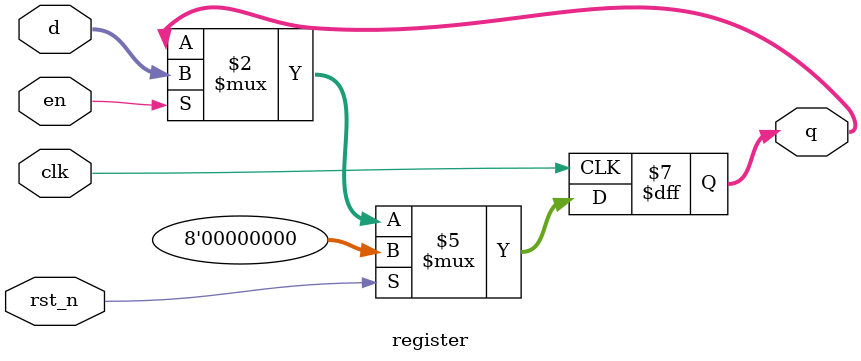
<source format=v>
`timescale 1ns / 1ps


module register(clk, rst_n, en, d, q);
  parameter WIDTH = 8;
  input clk, rst_n, en;
  input [WIDTH-1:0] d;
  output reg [WIDTH-1:0] q;
  always @(posedge clk) begin
    if (rst_n) q <=0;
    else if (en) q <= d;
  end    
endmodule
</source>
